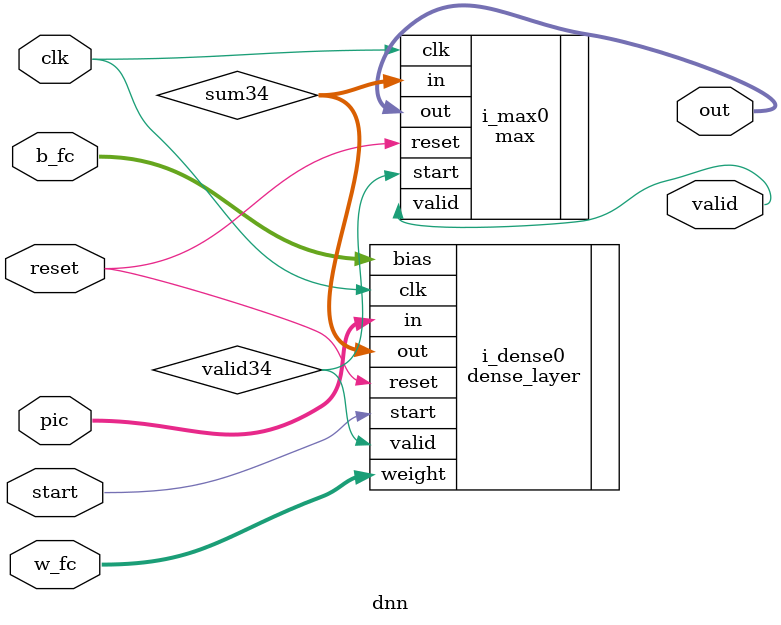
<source format=v>
`timescale 1ns / 1ps
module dnn(clk,reset,w_fc,pic,b_fc,out,start,valid);
parameter WIDTH = 8;
parameter PIX_W = 6;
parameter PIX_H = 6;
//parameter FILTER = 3;
//parameter CONV1 = 1;
parameter OUTNODE = 4;

input clk;
input reset;
//input [WIDTH*FILTER*FILTER*CONV1-1:0] w_conv;
input [WIDTH*PIX_W*PIX_H*OUTNODE-1:0] w_fc;
input [WIDTH*PIX_H*PIX_W-1:0] pic;
//input [WIDTH*CONV1-1:0] b_conv;
input [WIDTH*OUTNODE-1:0] b_fc;
output [$clog2(OUTNODE)-1:0] out;
input start;
output valid;

//wire [CONV1-1:0] valid12, valid23;
wire valid34;
//wire [WIDTH*(PIX_W-FILTER+1)*(PIX_H-FILTER+1)*CONV1-1:0] sum12;
//wire [WIDTH*((PIX_W-FILTER+1)>>1)*((PIX_H-FILTER+1)>>1)*CONV1-1:0] sum23;
wire [WIDTH*OUTNODE-1:0] sum34;
//assign out = sum34;
//assign valid = valid34;
//genvar i;
//generate for(i=0; i<CONV1; i=i+1) begin
//    conv_layer #(.WIDTH(WIDTH),.PIX_W(PIX_W),.PIX_H(PIX_H),.FILTER(FILTER)) i_conv(.clk(clk), .reset(reset), .weight(w_conv[FILTER*FILTER*i+:FILTER*FILTER*WIDTH]), .feature_map(pic), .bias(b_conv[WIDTH*i+:WIDTH]), .out(sum12[WIDTH*(PIX_W-FILTER+1)*(PIX_H-FILTER+1)*i+:WIDTH*(PIX_W-FILTER+1)*(PIX_H-FILTER+1)]), .start(start), .valid(valid12[i]));
//    maxp_layer #(.WIDTH(WIDTH),.PIX_W(PIX_W-FILTER+1),.PIX_H(PIX_H-FILTER+1),.FILTER(2)) i_maxp(.clk(clk), .reset(reset), .feature_map(sum12[WIDTH*(PIX_W-FILTER+1)*(PIX_H-FILTER+1)*i+:WIDTH*(PIX_W-FILTER+1)*(PIX_H-FILTER+1)]), .out(sum23[WIDTH*((PIX_W-FILTER+1)>>1)*((PIX_H-FILTER+1)>>1)*i+:WIDTH*((PIX_W-FILTER+1)>>1)*((PIX_H-FILTER+1)>>1)]), .start(valid12[i]), .valid(valid23[i]));
//end endgenerate
//conv_layer #(.WIDTH(WIDTH),.PIX_W(PIX_W),.PIX_H(PIX_H),.FILTER(FILTER)) i_conv0(.clk(clk), .reset(reset), .weight(w_conv[FILTER*FILTER*0+:FILTER*FILTER*WIDTH]), .feature_map(pic), .bias(b_conv), .out(sum12), .start(start), .valid(valid12));
//conv_layer #(.WIDTH(WIDTH),.PIX_W(PIX_W),.PIX_H(PIX_H),.FILTER(FILTER)) i_conv1(.clk(clk), .reset(reset), .weight(w_conv[FILTER*FILTER*0+:FILTER*FILTER*WIDTH]), .feature_map(pic), .bias(b_conv), .out(sum12), .start(start), .valid(valid12));
//maxp_layer #(.WIDTH(WIDTH),.PIX_W(PIX_W-FILTER+1),.PIX_H(PIX_H-FILTER+1),.FILTER(2)) i_maxp0(.clk(clk), .reset(reset), .feature_map(sum12), .out(sum23), .start(valid12), .valid(valid23));
dense_layer #(.WIDTH(WIDTH),.INNODE(PIX_W*PIX_H),.OUTNODE(OUTNODE)) i_dense0(.clk(clk), .reset(reset), .weight(w_fc), .in(pic), .bias(b_fc), .out(sum34), .start(start), .valid(valid34));
max #(.WIDTH(WIDTH),.INNODE(OUTNODE)) i_max0(.clk(clk), .reset(reset), .in(sum34), .out(out), .start(valid34), .valid(valid));
endmodule

</source>
